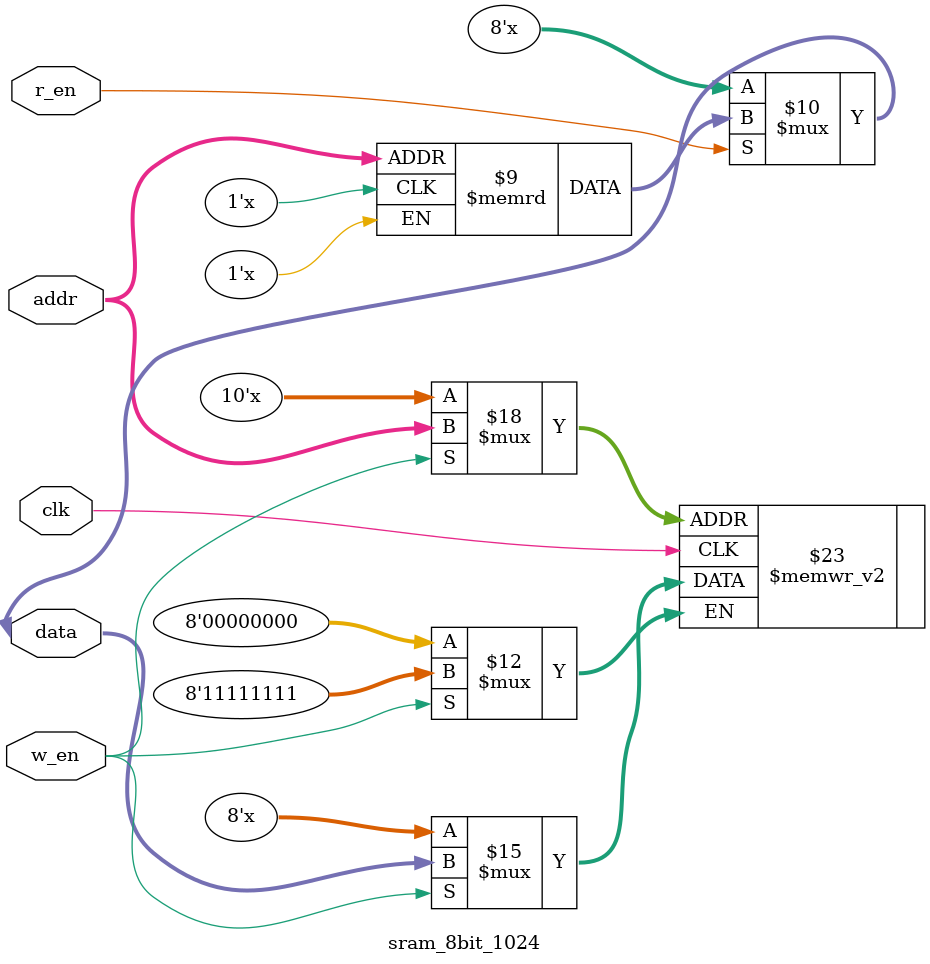
<source format=v>
`timescale 1ns / 1ps

module SR_latch(
    input R, S,
    output Q, Qbar
    );
    
    nor(Q, R, Qbar);  //// µûÁö°í º¸¸é ÀÎ½ºÅÏ½º ¸¸µç °Í. ----> primitive gate´Â ÀÎ½ºÅÏ½º¸íÀ» »ý·«ÇÒ ¼ö ÀÖ´Ù.
    nor(Qbar, S, Q);  //// ½Ã¹Ä·¹ÀÌ¼ÇÇÏ¸é ¹ßÁø ¾È ÇÔ. ¿Ö?? ½Ã¹Ä·¹ÀÌ¼ÇÀº ÀÌ»óÀûÀÎ ¿¬»ê¸¸ ÇÏ±â ¶§¹®¿¡.
    
endmodule

module Gated_SR_latch( //// SR ÇÃ¸³ÇÃ·ÓÀÌ¶ó°íµµ ºÎ¸£´Âµ¥, ¾ÆÁ÷Àº FF°¡ ¾Æ´Ô.
                        //// edge trigeringÇÏ¸é FF, level trigeringÇÏ¸é LATCH
    input R, S, en,
    output Q, Qbar
    );
    
    wire and1_out, and2_out;
   
    and(and1_out, R, en);
    and(and2_out, S, en);
    nor(Q, and1_out, Qbar);
    nor(Qbar, and2_out, Q);
    
endmodule

module Gated_D_latch( //// 
    input D, en,
    output Q, Qbar
    );
    
    wire and1_out, and2_out, Dbar;
    
    not(Dbar, D);
    and(and1_out, Dbar, en);
    and(and2_out, D, en);
    nor(Q, and1_out, Qbar);
    nor(Qbar, and2_out, Q);
    
endmodule


///////////////////////////////////////////////////////////////////////////////////////////////////////////////
////////////////////////////////////////////////LATCH »ç¿ë ±ÝÁö////////////////////////////////////////////////
///////////////////////////////////////////////////////////////////////////////////////////////////////////////



module D_flip_flop_n(
    input d,
    input clk,rst,
    output reg q
);
    always @(negedge clk, posedge rst) begin /// edge trigering
        if(rst) q = 0; ///// FF´Â ¸®¼Â ±â´ÉÀÌ ²À ÀÖ¾î¾ß ÇÑ´Ù.
        else q = d; 
    end
    
//    always @(clk) begin /// high level¿¡¼­ µ¿ÀÛÇÏ´Â level-trigering ----> LATCH
//        if(clk) q = d;  /// FPGA ¿¡¼­´Â LATCH°¡ »ý±âÁö ¾Êµµ·Ï ÁÖÀÇÇØ¾ß ÇÏ´Â È¸·Î.
//        else q = q;     /// Áß°£ °úÁ¤µéÀ» °ÅÃÄ¼­ ³ª¿À±â ¶§¹®¿¡ pdt°¡ ±æ¾îÁü(Å¸ÀÌ¹Ö °ü¸®°¡ Èûµé´Ù.)
//    end                 /// ¿äÁò°°ÀÌ °í¼Ó ¹ÝµµÃ¼°¡ ³ª¿À´Â ½Ã´ë¿¡¼­ LATCHÀÇ pdt´Â °¨´ç ¸ø ÇÔ
                          /// FF´Â edge¿¡¼­ µ¿ÀÛÇÏ±â ¶§¹®¿¡ Å¸ÀÌ¹Ö ¹®Á¦°¡ ¾ø´Ù.
endmodule

//  always @(clk) begin
//      in(clk) q = d;
//  end  //// vivado´Â ÀÌ ¹®ÀåÀ» º¸°í LATCH¸¦ ¸¸µé¾î ¹ö¸²
//       //// clkÀÇ º¯È­°¡ »ý±â¸é µ¿ÀÛÇÏ´Â °Çµ¥, if (clk) ¶§¹®¿¡ clk°¡ 0ÀÌ¸é q°ªÀ» À¯Áö½ÃÅ²´Ù ---> LATCH
         //// ±×·¯¹Ç·Î Á¶ÇÕ³í¸®È¸·Î¸¦ always¸¦ ÀÌ¿ëÇØ¼­ ¸¸µéÁö ¸¶¶ó. LATCH°¡ »ý¼ºµÈ´Ù.
         //// ±×·¡µµ ½á¾ß µÈ´Ù¸é, if¹®À» ¾´´Ù¸é ¹Ýµå½Ã else¸¸µé¾îÁÖ°í, case¾´´Ù¸é °æ¿ìÀÇ¼ö¸¦ ´Ù ¾²°Å³ª default¸¦ ²À ½áÁÖ´ø°¡ ÇØ¾ß µÈ´Ù.
         //// °ñÄ¡¾ÆÇÁ´Ï±î ±×³É ¾²Áö ¸¶. 
         
module D_flip_flop_p(
    input d,
    input clk, rst,
    output reg q
);
    always @(posedge clk, posedge rst) begin /// edge trigering
        if(rst) q = 0;
        else q = d; 
    end
endmodule

module t_flip_flop_n( ///// Àú·¸°Ô ¸¸µéÁö ¾ÊÀ» °ÍÀÌ´Ù. FPGA ¾È¿¡´Â DFF¸¸ µé¾îÀÖ´Ù.(LUT¸¶´Ù µÚ¿¡ DFF ÇÏ³ª¾¿ ºÙ¾îÀÖ´Â ±¸Á¶)
    input clk,        ///// °á±¹ DFF·Î ´Ù¸¥ FF¸¦ ¸¸µé¾î¾ß ÇÑ´Ù.
    input rst, /// active high - rst, active low --- rstn
    output reg q
//    output reg q = 0 //----> ÀÌ·¸°Ô ¸¸µé¸é, ½Ã¹Ä·¹ÀÌ¼ÇÇÒ ¶§¸¸ ÃÊ±âÈ­µÊ.
);
//    wire d;
//    assign d = ~q;
    
//    always@(posedge clk) begin
//        q = d;

//    reg temp = 0; /// reg ÃÊ±âÈ­´Â ½Ã¹Ä·¹ÀÌ¼ÇÇÒ ¶§¸¸ ¾´´Ù.
//                 /// wire´Â »ç¿ëÇÏÁö ¸¶¶ó. 0À» Áà¹ö¸®¸é Á¢Áö¿¡ ¿¬°áÇØ¹ö¸°´Ù.
    always@(negedge clk, posedge rst) begin //// 
        if(rst) q = 0;
        else q = ~q; //// d = ~q ÀÌ´Ï±î ÀÌ·¸°Ô ´ÜÃà °¡´É
    end
endmodule

module t_flip_flop_p(
    input clk, rst,
    input t, /// t = cp_inÀ¸·Î º¸¸é µÊ.
    output reg q
);

    always@(posedge clk, posedge rst) begin
        if(rst) q=0;
        else if (t) q = ~q;
              else q = q;  //// »ç½Ç FF(¼øÂ÷³í¸®È¸·Î)¿¡¼­´Â ±»ÀÌ ¾È½áÁàµµ µÊ. ¾îÂ¥ÇÇ °ªÀ» À¯ÁöÇÏ±â ¶§¹®¿¡.
                            //// Á¶ÇÕ³í¸®È¸·Î¿¡¼­´Â ²À ½áÁà¾ß ÇÑ´Ù. ¾È ÇØÁÖ¸é LATCH°¡ ¸¸µé¾îÁü.
    end
endmodule


module up_counter_async(
    input clk, rst,
    output [3:0] count
);
    t_flip_flop_n T0(.clk(clk), .rst(rst), .q(count[0]));
    t_flip_flop_n T1(.clk(count[0]), .rst(rst), .q(count[1]));
    t_flip_flop_n T2(.clk(count[1]), .rst(rst), .q(count[2]));
    t_flip_flop_n T3(.clk(count[2]), .rst(rst), .q(count[3]));

endmodule


module down_counter_async(
    input clk, rst,
    output [3:0] count
);
    t_flip_flop_p T0(.clk(clk), .rst(rst), .q(count[0])); //// ÇÏÀ§ bit°¡ 0->1 ÀÌ µÉ ¶§, ´ÙÀ½ bit Åä±Û ===> posedgeÀÏ ¶§, Ãâ·ÂÀÌ Åä±Û
    t_flip_flop_p T1(.clk(count[0]), .rst(rst), .q(count[1]));
    t_flip_flop_p T2(.clk(count[1]), .rst(rst), .q(count[2]));
    t_flip_flop_p T3(.clk(count[2]), .rst(rst), .q(count[3]));

endmodule


module up_counter_sync( //// µ¿±â½Ä ¾÷Ä«¿îÅÍ
    input clk, rst,
    output reg [3:0] count
);
    always @(posedge clk, posedge rst) begin //// µ¿ÀÛÀû ¸ðµ¨¸µÀ¸·Î ÇØÁÖ¸é ¾Ë¾Æ¼­ ¸¸µé¾îÁÜ.
        if(rst) count = 0; //// ÃÊ±â°ª ÁöÁ¤À» ÇÊ¼ö, ¾È ÇØÁÖ¸é z Ãâ·Â
        else count = count + 1;
    end       

endmodule

module down_counter_sync( //// µ¿±â½Ä ´Ù¿îÄ«¿îÅÍ
    input clk, rst,
    output reg [3:0] count
);
    always @(posedge clk, posedge rst) begin //// µ¿ÀÛÀû ¸ðµ¨¸µÀ¸·Î ÇØÁÖ¸é ¾Ë¾Æ¼­ ¸¸µé¾îÁÜ.
        if(rst) count = 0; //// ÃÊ±â°ª ÁöÁ¤À» ÇÊ¼ö, ¾È ÇØÁÖ¸é z Ãâ·Â
        else count = count - 1;
    end       

endmodule

module up_down_counter_sync(
    input clk, rst,
    input up_down,   ///// up_down = 1ÀÌ¸é, up_counter
    output reg [3:0] count
);
    always @ (posedge clk, posedge rst) begin
        if(rst) count = 0; //// Ç×»ó ¸®¼ÂÀÌ ¿ì¼±ÀÌ µÇ¾î¾ß ÇÑ´Ù.
        else if (up_down) count = count + 1;
        else count = count - 1;
    end
endmodule


module up_counter_sync_BCD( //// µ¿±â½Ä 10Áø ¾÷Ä«¿îÅÍ(0~9)
    input clk, rst,
    output reg [3:0] count
);
    always @(posedge clk, posedge rst) begin
        if(rst) count = 0; 
        else begin
            if(count >= 9) count = 0; //// =ÀÌ¶ó ¾È ¾²°í >=¶ó°í ÇÑ ÀÌÀ¯ : ÇÏµå¿þ¾î´Â 9¸¦ °Ç³Ê¶Û ¼öµµ ÀÖ±â ¶§¹®¿¡(¿¡·¯ÀÇ °¡´É¼ºÀ» ¹èÁ¦)
            else count = count + 1;
        end
    end       
endmodule


module up_down_counter_sync_BCD( //// µ¿±â½Ä 10Áø ¾÷´Ù¿îÄ«¿îÅÍ(0~9)
    input clk, rst, up_down,
    output reg [3:0] count
);
    always @(posedge clk, posedge rst) begin
        if(rst) count = 0; 
        else begin
            if(up_down) begin
                if(count >= 9) count = 0; //// 0~9±îÁöÀÌ¹Ç·Î 9 ³Ñ¾î°¡¸é ´Ù½Ã 0À¸·Î ¸®¼Â
                else count = count + 1;
            end
            else begin
                if(count == 0) count = 9; //// 0~9±îÁöÀÌ¹Ç·Î 0ÀÌµÇ¸é ´Ù½Ã 9ºÎÅÍ ½ÃÀÛ
                else count = count - 1;
            end
        end
    end       
endmodule


//=============================================================================================================//
////////////////////////////////////////////////counter È°¿ë/////////////////////////////////////////////////////
//=============================================================================================================//


module ring_count_fnd(  //// ¶ó¿îµå ·Î±×ÀÎ ¹æ½Ä
    input clk,
    output [3:0] com
);
    reg [3:0] temp = 4'b1110; //// ÃÊ±â°ªÀ» Á¤ÇØÁà¾ß ÇÏ¹Ç·Î temp ¼±¾ð
    
    always @ (posedge clk) begin /// FND°¡ common anode type
        if(temp != 4'b1110 && temp != 4'b1101 && temp != 4'b1011 && temp != 4'b0111) temp = 4'b1110; // 
                                 /// rst ´©¸£¸é, count = 0Àº ¸Â¾Æ, ¿Ö com±îÁö 0000ÀÌ µÇ´Â °ÅÁö?
                                 /// ¸¸¾à common cathod typeÀÏ °æ¿ì¿¡´Â rst ´©¸£¸é com = 4'b1111ÀÌ µÇ¾î¾ß ÇÏ´Âµ¥ ÀÌ°Ç ¾î¶»°Ô ÄÚµù?
                                 /// ÃÊ±â°ªÀº 1110 
                                 /// 0ÁáÀ» ¶§ ÄÑÁö´Â FND´Â 4'b1110
        else if (temp == 4'b0111) temp = 4'b1110; //// 0111 µÇ¸é 1110·Î µ¹¾Æ¿Í¶ó
              else temp = {temp[2:0], 1'b1}; /// °áÇÕ¿¬»êÀÚ ÀÌ¿ëÇÏ¿© ÁÂ½ÃÇÁÆ®
    end //// 1110 1101 1011 0111 À» ¹Ýº¹ÇÏ´Â ¸µÄ«¿îÅÍ 
    
//    always @ (posedge clk) begin /// FND°¡ common cathode typeÀÏ °æ¿ì.
//        if(rst) com = 4b'1111;
//        else if (com != 4'b0001 && com != 4'b0010 && com != 4'b0100 && com != 4'b1000) com = 4'b0001;
//            else if (com == 4'b1000) com = 4'b0001;
//                  else com = {com[2:0], 1'b0};
//    end
    
    assign com = temp; //// temp¸¦ ´Ù½Ã comÀÌ¶ó´Â Ãâ·Â¿¡ ¿¬°á½ÃÄÑÁØ´Ù.
endmodule


module up_down_counter_Nbit #(parameter N = 4)( //// Nbit ¾÷´Ù¿î Ä«¿îÅÍ 
    input clk, rst, up_down,
    output reg [N-1:0] count
);

    always @(posedge clk, posedge rst) begin
        if(rst) count = 0; 
        else begin
            if(up_down)
                count = count + 1;
            else 
                count = count - 1;
        end
    end       
endmodule


module edge_detector_n( /// falling edge detector ./// 2bitÂ¥¸® ½¬ÇÁÆ® ·¹Áö½ºÅÍ(SI-PO)
    input clk, cp_in, rst, /// cp : clock pulse
    output p_edge, n_edge /// ¾ÆÁÖ ÂªÀº ÆÞ½º ÇÏ³ª¸¦ ³»º¸³¿.
);
    reg cp_in_old, cp_in_cur;
    
    always @ (negedge clk, posedge rst) begin
        if(rst) begin
             cp_in_old = 0;
             cp_in_cur = 0;
        end
        else begin
            cp_in_old = cp_in_cur; /// <= : ´ëÀÔ ¿¬»êÀÚ(=°ú À¯»çÇÑ ±â´É) non-blocking °ªÀÌ µé¾î°¡´Â ¼ø¼­°¡ ÀÖÀ» ¶§´Â ¹«Á¶°Ç non-blocking
            cp_in_cur = cp_in;     /// ¼øÂ÷³í¸®È¸·Î¿¡¼­´Â non-blockingÀ» ¹«Á¶°Ç ¾²´Â °ÍÀÌ ¾ÈÀüÇÏ´Ù.
                                    /// Á¶ÇÕ³í¸®È¸·Î(level triggering)¿¡¼­´Â ¹«Á¶°Ç blocking
                                    /// ºí·Ï ³»¿¡ ÇÑ ÁÙÀÏ¶§´Â ¾Æ¹«°Å³ª ½áµµ »ó°ü¾ø¾î.
        end
    end
    
    assign p_edge = ~cp_in_old & cp_in_cur; //// cp_old´Â ¾ÆÁ÷ 0ÀÌ´Ï±î ¹ÝÀü
    assign n_edge = cp_in_old & ~cp_in_cur; //// cp_cur´Â ¸ÕÀú 0ÀÌ µÇ¾úÀ¸¹Ç·Î ¹ÝÀü½ÃÄÑÁÜ

endmodule

module edge_detector_p( /// falling edge detector ./// 2bitÂ¥¸® ½¬ÇÁÆ® ·¹Áö½ºÅÍ(SI-PO)
    input clk, cp_in, rst, /// cp : clock pulse
    output p_edge, n_edge /// ¾ÆÁÖ ÂªÀº ÆÞ½º ÇÏ³ª¸¦ ³»º¸³¿.
);
    reg cp_in_old, cp_in_cur;
    
    always @ (posedge clk, posedge rst) begin
        if(rst) begin
             cp_in_old = 0;
             cp_in_cur = 0;
        end
        else begin
            cp_in_old = cp_in_cur; /// <= : ´ëÀÔ ¿¬»êÀÚ(=°ú À¯»çÇÑ ±â´É) non-blocking °ªÀÌ µé¾î°¡´Â ¼ø¼­°¡ ÀÖÀ» ¶§´Â ¹«Á¶°Ç non-blocking
            cp_in_cur = cp_in;     /// ¼øÂ÷³í¸®È¸·Î¿¡¼­´Â non-blockingÀ» ¹«Á¶°Ç ¾²´Â °ÍÀÌ ¾ÈÀüÇÏ´Ù.
                                    /// Á¶ÇÕ³í¸®È¸·Î(level triggering)¿¡¼­´Â ¹«Á¶°Ç blocking
                                    /// ºí·Ï ³»¿¡ ÇÑ ÁÙÀÏ¶§´Â ¾Æ¹«°Å³ª ½áµµ »ó°ü¾ø¾î.
        end
    end
    
    assign p_edge = ~cp_in_old & cp_in_cur; //// cp_old´Â ¾ÆÁ÷ 0ÀÌ´Ï±î ¹ÝÀü
    assign n_edge = cp_in_old & ~cp_in_cur; //// cp_cur´Â ¸ÕÀú 0ÀÌ µÇ¾úÀ¸¹Ç·Î ¹ÝÀü½ÃÄÑÁÜ

endmodule

//=============================================================================================================//
////////////////////////////////////////////////   Register   ///////////////////////////////////////////////////
//=============================================================================================================//


//module shift_register_SISO_s( /// SISO register ±¸Á¶Àû ¸ðµ¨¸µ
//    input clk, rst, d,
//    output q
//);
////    wire w1, w2, w3;  // ÀÌ·¸°Ô wire ¼±¾ðÇØÁàµµ µÈ´Ù.
//    wire [2:0] w;
//    D_flip_flop_n SS1(.d(d), .clk(clk), .rst(rst), .q(w[2]));
//    D_flip_flop_n SS2(.d(w[2]), .clk(clk), .rst(rst), .q(w[1]));
//    D_flip_flop_n SS3(.d(w[1]), .clk(clk), .rst(rst), .q(w[0]));
//    D_flip_flop_n SS4(.d(w[0]), .clk(clk), .rst(rst), .q(q));

//endmodule /// ±¸Á¶Àû ¸ðµ¨¸µÀº ¾È ¾µ °Å¾ß.

module shift_register_SISO_b_n( /// SISO register µ¿ÀÛÀû ¸ðµ¨¸µ
    input clk, rst, d,
    output reg q
);    
    reg [3:0] siso;    
//    always@(negedge clk, posedge rst) begin /// ÀÌ·¸°Ô ¸¸µé¸é ¾È µÈ´Ù~
////        if(rst) siso = 0;
////        else begin
////            siso[3] = d;                        /// blockingÀ¸·Î ¸¸µé¸é ¾ÈµÅ
////            siso[2] = siso[3];                  /// 4bit°¡ ´Ù 1ÀÌ µÇ¾î¹ö¸°´Ù.
////            siso[1] = siso[2];
////            siso[0] = siso[1];
////            q = siso[0];
////        end
////    end    
     always@(negedge clk, posedge rst) begin 
        if(rst) siso = 0;
        else begin
            siso[3] <= d;
            siso[2] <= siso[3];
            siso[1] <= siso[2];
            siso[0] <= siso[1];
            q = siso[0];
        end
    end    
endmodule


module shift_register_PISO( /// º´·Ä ÀÔ·Â - Á÷·Ä Ãâ·Â
    input clk, rst, w_piso, /// ÀÔ·ÂÀº w(write), Ãâ·ÂÀº r(read)·Î ¾´´Ù.
    input [3:0] d,
    output q
);
    reg [3:0] data;
    
    always @ (posedge clk, posedge rst) begin
        if(rst) data = 0;
        else if(w_piso) data = {1'b0, data[3:1]}; //// Å¬¶ô¸¶´Ù º´·Ä·Î ÀÔ·ÂµÈ °ÍÀÌ ÇÑ bit¾¿ Ãâ·ÂµÈ´Ù.
             else data = d;
    end
    
    assign q = data[0];

endmodule


module shift_register_SIPO_s( /// Á÷·Ä ÀÔ·Â-º´·Ä Ãâ·Â 
    input clk, rst, d, r_en,
    output [3:0] q
);
    wire [3:0] shift_register;
    D_flip_flop_n SP1(.d(d), .clk(clk), .rst(rst), .q(shift_register[3]));
    D_flip_flop_n SP2(.d(shift_register[3]), .clk(clk), .rst(rst), .q(shift_register[2]));
    D_flip_flop_n SP3(.d(shift_register[2]), .clk(clk), .rst(rst), .q(shift_register[1]));
    D_flip_flop_n SP4(.d(shift_register[1]), .clk(clk), .rst(rst), .q(shift_register[0]));
    
    bufif0 (q[0], shift_register[0], ~r_en); /// bufif : 3-state buffer
    bufif0 (q[1], shift_register[1], ~r_en); /// r_en = 0ÀÏ¶§, q[] = shift_register[]
    bufif0 (q[2], shift_register[2], ~r_en); /// bufif0 (Ãâ·Â, ÀÔ·Â, Á¦¾î½ÅÈ£)
    bufif0 (q[3], shift_register[3], ~r_en);

endmodule


module shift_register_SIPO_h(
    input d, clk, rst, r_en,
    output [3:0] q
);
    reg [3:0] register;
    always@(negedge clk or posedge rst) begin
        if(rst) register <= 0;
        else register <= {d,register[3:1]}; //// ÇÏ³ª¾¿ ¹Ð°í ÃÖ»óÀ§ºñÆ®ºÎÅÍ ¹Þ´Â ½ÃÇÁÆ® ·¹Áö½ºÅÍ
    end
    assign q = (r_en) ? register : 4'bzzzz; //// r_en = 1, register Ãâ·Â, ¾Æ´Ï¸é z
endmodule




module shift_register_PIPO #(parameter N=8)(//// º´·ÄÀÔ·Â - º´·ÄÃâ·Â reg ---> ÀÌ°É ±×³É ·¹Áö½ºÅÍ¶ó°í ºÎ¸¥´Ù.
     input [N-1:0] d,
     input clk, rst, w_en, r_en,
     output q
);
    reg [N-1:0] register;
    always@(posedge clk, posedge rst) begin
        if(rst) register = 0;
        else if(w_en) register = d; /// 4bitÂ¥¸® 4bit·Î ¹ÞÀ½(PI)
            else register = register; 
    end
    
    assign q = r_en ? register : 'bz;
     /// 4bitÂ¥¸® 4bit·Î Ãâ·ÂÇÔ.(PO)
     /// 'bz : ¸î bit°¡ µÇ´ø z·Î ´Ù Ã¤¿öÁö´Ï ±¦ÂúÀ½.

endmodule




module shift_register( /// ¹ü¿ë ½ÃÇÁÆ® ·¹Áö½ºÅÍ
    input clk, rst, shift, load, sin, /// sin : serial input
    input [7:0] data_in, /// data_in : parallel input
    output reg [7:0] data_out
);
    
    always@(posedge clk, posedge rst) begin
        if(rst) data_out = 0;
        else if(shift) data_out = {sin, data_out[7:1]}; /// Á÷·ÄÀÔ·Â¹Þ¾Æ¼­ ½ÃÇÁÆ®ÇÏ°í Ãâ·Â
             else if(load) data_out = data_in; /// 
                  else data_out = data_out;
     end
endmodule


module sram_8bit_1024( /// 1kbyte static ¸Þ¸ð¸®(reg ÀÌ¾î ºÙÀÎ °ÍÀ» static memory¶ó°í ÇÑ´Ù.)
                       /// address(select bit)°¡ 10bit(2^10ÀÌ´Ï±î)
    input clk, w_en, r_en, /// ¸Þ¸ð¸®´Â ¸®¼ÂÇÏÁö ¾ÊÀ¸¹Ç·Î rst ¾ø´Ù.
    input [9:0] addr,
    inout [7:0] data/// inout : ÀÎÇ²µµ µÇ°í ¾Æ¿ôÇ²µµ µÇ°í ¸¸´É
);

    reg [7:0] mem [0:1023]; //// 0~1023±îÁöÀÇ array
    always @(posedge clk)
        if(w_en) mem[addr] <= data; /// elseÀÌ¸é ±×³É À¯Áö
                                    /// 0¹ø ¸Þ¸ð¸®¿¡ Á¢±ÙÇÏ´Â °ÍÀº mem[0],
                                    /// ¿©±â¼­ []´Â bit°¡ ¾Æ´Ñ, ¹è¿­À» ÀÇ¹ÌÇÑ´Ù.

    assign data = r_en ? mem[addr] : 8'bz; /// w_en / r_en Æò¼Ò¿¡´Â 0À¸·Î À¯ÁöÇÏ°í ÀÖ´Ù°¡ ÇÊ¿äÇÒ ¶§¸¸ 1 Áà¼­ ¾¸.
    
endmodule
</source>
